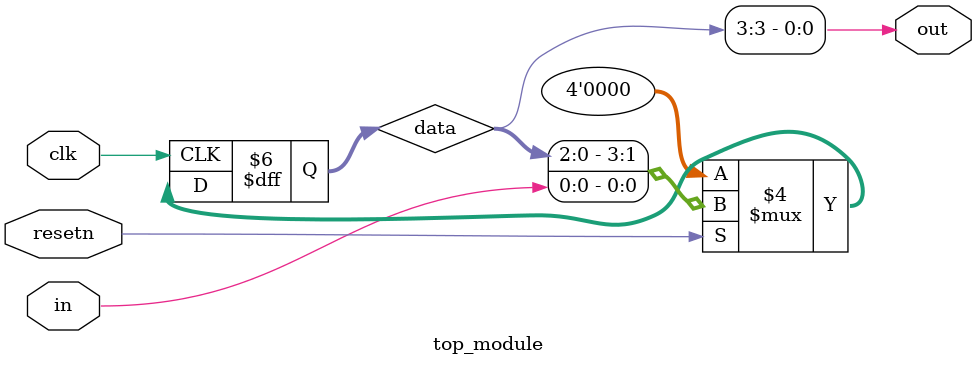
<source format=sv>
module top_module (
    input clk,
    input resetn,
    input in,
    output out
);

    reg [3:0] data;

    always @(posedge clk) begin
        if (!resetn)
            data <= 4'b0000;
        else
            data <= {data[2:0], in};
    end

    assign out = data[3];

endmodule

</source>
